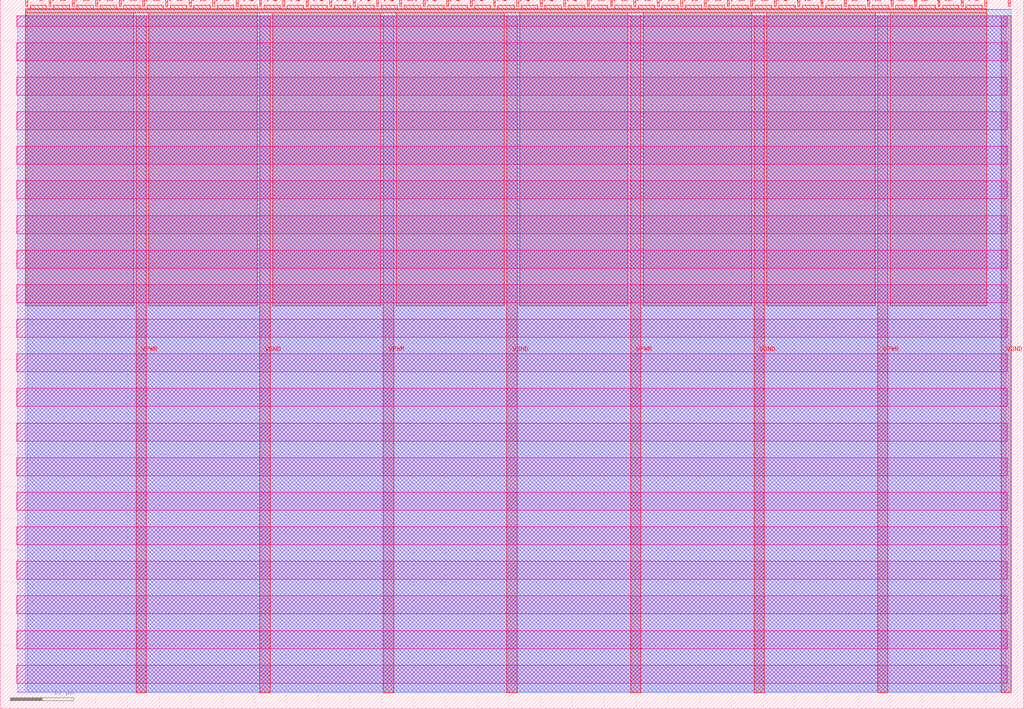
<source format=lef>
VERSION 5.7 ;
  NOWIREEXTENSIONATPIN ON ;
  DIVIDERCHAR "/" ;
  BUSBITCHARS "[]" ;
MACRO tt_um_gabejessil_timer
  CLASS BLOCK ;
  FOREIGN tt_um_gabejessil_timer ;
  ORIGIN 0.000 0.000 ;
  SIZE 161.000 BY 111.520 ;
  PIN VGND
    DIRECTION INOUT ;
    USE GROUND ;
    PORT
      LAYER met4 ;
        RECT 40.830 2.480 42.430 109.040 ;
    END
    PORT
      LAYER met4 ;
        RECT 79.700 2.480 81.300 109.040 ;
    END
    PORT
      LAYER met4 ;
        RECT 118.570 2.480 120.170 109.040 ;
    END
    PORT
      LAYER met4 ;
        RECT 157.440 2.480 159.040 109.040 ;
    END
  END VGND
  PIN VPWR
    DIRECTION INOUT ;
    USE POWER ;
    PORT
      LAYER met4 ;
        RECT 21.395 2.480 22.995 109.040 ;
    END
    PORT
      LAYER met4 ;
        RECT 60.265 2.480 61.865 109.040 ;
    END
    PORT
      LAYER met4 ;
        RECT 99.135 2.480 100.735 109.040 ;
    END
    PORT
      LAYER met4 ;
        RECT 138.005 2.480 139.605 109.040 ;
    END
  END VPWR
  PIN clk
    DIRECTION INPUT ;
    USE SIGNAL ;
    ANTENNAGATEAREA 0.852000 ;
    PORT
      LAYER met4 ;
        RECT 154.870 110.520 155.170 111.520 ;
    END
  END clk
  PIN ena
    DIRECTION INPUT ;
    USE SIGNAL ;
    PORT
      LAYER met4 ;
        RECT 158.550 110.520 158.850 111.520 ;
    END
  END ena
  PIN rst_n
    DIRECTION INPUT ;
    USE SIGNAL ;
    ANTENNAGATEAREA 0.247500 ;
    PORT
      LAYER met4 ;
        RECT 151.190 110.520 151.490 111.520 ;
    END
  END rst_n
  PIN ui_in[0]
    DIRECTION INPUT ;
    USE SIGNAL ;
    ANTENNAGATEAREA 0.213000 ;
    PORT
      LAYER met4 ;
        RECT 147.510 110.520 147.810 111.520 ;
    END
  END ui_in[0]
  PIN ui_in[1]
    DIRECTION INPUT ;
    USE SIGNAL ;
    ANTENNAGATEAREA 0.213000 ;
    PORT
      LAYER met4 ;
        RECT 143.830 110.520 144.130 111.520 ;
    END
  END ui_in[1]
  PIN ui_in[2]
    DIRECTION INPUT ;
    USE SIGNAL ;
    ANTENNAGATEAREA 0.495000 ;
    PORT
      LAYER met4 ;
        RECT 140.150 110.520 140.450 111.520 ;
    END
  END ui_in[2]
  PIN ui_in[3]
    DIRECTION INPUT ;
    USE SIGNAL ;
    ANTENNAGATEAREA 0.196500 ;
    PORT
      LAYER met4 ;
        RECT 136.470 110.520 136.770 111.520 ;
    END
  END ui_in[3]
  PIN ui_in[4]
    DIRECTION INPUT ;
    USE SIGNAL ;
    ANTENNAGATEAREA 0.196500 ;
    PORT
      LAYER met4 ;
        RECT 132.790 110.520 133.090 111.520 ;
    END
  END ui_in[4]
  PIN ui_in[5]
    DIRECTION INPUT ;
    USE SIGNAL ;
    ANTENNAGATEAREA 0.196500 ;
    PORT
      LAYER met4 ;
        RECT 129.110 110.520 129.410 111.520 ;
    END
  END ui_in[5]
  PIN ui_in[6]
    DIRECTION INPUT ;
    USE SIGNAL ;
    ANTENNAGATEAREA 0.196500 ;
    PORT
      LAYER met4 ;
        RECT 125.430 110.520 125.730 111.520 ;
    END
  END ui_in[6]
  PIN ui_in[7]
    DIRECTION INPUT ;
    USE SIGNAL ;
    ANTENNAGATEAREA 0.196500 ;
    PORT
      LAYER met4 ;
        RECT 121.750 110.520 122.050 111.520 ;
    END
  END ui_in[7]
  PIN uio_in[0]
    DIRECTION INPUT ;
    USE SIGNAL ;
    PORT
      LAYER met4 ;
        RECT 118.070 110.520 118.370 111.520 ;
    END
  END uio_in[0]
  PIN uio_in[1]
    DIRECTION INPUT ;
    USE SIGNAL ;
    PORT
      LAYER met4 ;
        RECT 114.390 110.520 114.690 111.520 ;
    END
  END uio_in[1]
  PIN uio_in[2]
    DIRECTION INPUT ;
    USE SIGNAL ;
    PORT
      LAYER met4 ;
        RECT 110.710 110.520 111.010 111.520 ;
    END
  END uio_in[2]
  PIN uio_in[3]
    DIRECTION INPUT ;
    USE SIGNAL ;
    PORT
      LAYER met4 ;
        RECT 107.030 110.520 107.330 111.520 ;
    END
  END uio_in[3]
  PIN uio_in[4]
    DIRECTION INPUT ;
    USE SIGNAL ;
    PORT
      LAYER met4 ;
        RECT 103.350 110.520 103.650 111.520 ;
    END
  END uio_in[4]
  PIN uio_in[5]
    DIRECTION INPUT ;
    USE SIGNAL ;
    PORT
      LAYER met4 ;
        RECT 99.670 110.520 99.970 111.520 ;
    END
  END uio_in[5]
  PIN uio_in[6]
    DIRECTION INPUT ;
    USE SIGNAL ;
    PORT
      LAYER met4 ;
        RECT 95.990 110.520 96.290 111.520 ;
    END
  END uio_in[6]
  PIN uio_in[7]
    DIRECTION INPUT ;
    USE SIGNAL ;
    PORT
      LAYER met4 ;
        RECT 92.310 110.520 92.610 111.520 ;
    END
  END uio_in[7]
  PIN uio_oe[0]
    DIRECTION OUTPUT TRISTATE ;
    USE SIGNAL ;
    PORT
      LAYER met4 ;
        RECT 29.750 110.520 30.050 111.520 ;
    END
  END uio_oe[0]
  PIN uio_oe[1]
    DIRECTION OUTPUT TRISTATE ;
    USE SIGNAL ;
    PORT
      LAYER met4 ;
        RECT 26.070 110.520 26.370 111.520 ;
    END
  END uio_oe[1]
  PIN uio_oe[2]
    DIRECTION OUTPUT TRISTATE ;
    USE SIGNAL ;
    PORT
      LAYER met4 ;
        RECT 22.390 110.520 22.690 111.520 ;
    END
  END uio_oe[2]
  PIN uio_oe[3]
    DIRECTION OUTPUT TRISTATE ;
    USE SIGNAL ;
    PORT
      LAYER met4 ;
        RECT 18.710 110.520 19.010 111.520 ;
    END
  END uio_oe[3]
  PIN uio_oe[4]
    DIRECTION OUTPUT TRISTATE ;
    USE SIGNAL ;
    PORT
      LAYER met4 ;
        RECT 15.030 110.520 15.330 111.520 ;
    END
  END uio_oe[4]
  PIN uio_oe[5]
    DIRECTION OUTPUT TRISTATE ;
    USE SIGNAL ;
    PORT
      LAYER met4 ;
        RECT 11.350 110.520 11.650 111.520 ;
    END
  END uio_oe[5]
  PIN uio_oe[6]
    DIRECTION OUTPUT TRISTATE ;
    USE SIGNAL ;
    PORT
      LAYER met4 ;
        RECT 7.670 110.520 7.970 111.520 ;
    END
  END uio_oe[6]
  PIN uio_oe[7]
    DIRECTION OUTPUT TRISTATE ;
    USE SIGNAL ;
    PORT
      LAYER met4 ;
        RECT 3.990 110.520 4.290 111.520 ;
    END
  END uio_oe[7]
  PIN uio_out[0]
    DIRECTION OUTPUT TRISTATE ;
    USE SIGNAL ;
    PORT
      LAYER met4 ;
        RECT 59.190 110.520 59.490 111.520 ;
    END
  END uio_out[0]
  PIN uio_out[1]
    DIRECTION OUTPUT TRISTATE ;
    USE SIGNAL ;
    PORT
      LAYER met4 ;
        RECT 55.510 110.520 55.810 111.520 ;
    END
  END uio_out[1]
  PIN uio_out[2]
    DIRECTION OUTPUT TRISTATE ;
    USE SIGNAL ;
    PORT
      LAYER met4 ;
        RECT 51.830 110.520 52.130 111.520 ;
    END
  END uio_out[2]
  PIN uio_out[3]
    DIRECTION OUTPUT TRISTATE ;
    USE SIGNAL ;
    PORT
      LAYER met4 ;
        RECT 48.150 110.520 48.450 111.520 ;
    END
  END uio_out[3]
  PIN uio_out[4]
    DIRECTION OUTPUT TRISTATE ;
    USE SIGNAL ;
    PORT
      LAYER met4 ;
        RECT 44.470 110.520 44.770 111.520 ;
    END
  END uio_out[4]
  PIN uio_out[5]
    DIRECTION OUTPUT TRISTATE ;
    USE SIGNAL ;
    PORT
      LAYER met4 ;
        RECT 40.790 110.520 41.090 111.520 ;
    END
  END uio_out[5]
  PIN uio_out[6]
    DIRECTION OUTPUT TRISTATE ;
    USE SIGNAL ;
    PORT
      LAYER met4 ;
        RECT 37.110 110.520 37.410 111.520 ;
    END
  END uio_out[6]
  PIN uio_out[7]
    DIRECTION OUTPUT TRISTATE ;
    USE SIGNAL ;
    PORT
      LAYER met4 ;
        RECT 33.430 110.520 33.730 111.520 ;
    END
  END uio_out[7]
  PIN uo_out[0]
    DIRECTION OUTPUT TRISTATE ;
    USE SIGNAL ;
    ANTENNADIFFAREA 0.445500 ;
    PORT
      LAYER met4 ;
        RECT 88.630 110.520 88.930 111.520 ;
    END
  END uo_out[0]
  PIN uo_out[1]
    DIRECTION OUTPUT TRISTATE ;
    USE SIGNAL ;
    ANTENNADIFFAREA 0.795200 ;
    PORT
      LAYER met4 ;
        RECT 84.950 110.520 85.250 111.520 ;
    END
  END uo_out[1]
  PIN uo_out[2]
    DIRECTION OUTPUT TRISTATE ;
    USE SIGNAL ;
    ANTENNADIFFAREA 0.795200 ;
    PORT
      LAYER met4 ;
        RECT 81.270 110.520 81.570 111.520 ;
    END
  END uo_out[2]
  PIN uo_out[3]
    DIRECTION OUTPUT TRISTATE ;
    USE SIGNAL ;
    ANTENNADIFFAREA 0.891000 ;
    PORT
      LAYER met4 ;
        RECT 77.590 110.520 77.890 111.520 ;
    END
  END uo_out[3]
  PIN uo_out[4]
    DIRECTION OUTPUT TRISTATE ;
    USE SIGNAL ;
    ANTENNADIFFAREA 0.445500 ;
    PORT
      LAYER met4 ;
        RECT 73.910 110.520 74.210 111.520 ;
    END
  END uo_out[4]
  PIN uo_out[5]
    DIRECTION OUTPUT TRISTATE ;
    USE SIGNAL ;
    ANTENNADIFFAREA 0.795200 ;
    PORT
      LAYER met4 ;
        RECT 70.230 110.520 70.530 111.520 ;
    END
  END uo_out[5]
  PIN uo_out[6]
    DIRECTION OUTPUT TRISTATE ;
    USE SIGNAL ;
    ANTENNADIFFAREA 0.445500 ;
    PORT
      LAYER met4 ;
        RECT 66.550 110.520 66.850 111.520 ;
    END
  END uo_out[6]
  PIN uo_out[7]
    DIRECTION OUTPUT TRISTATE ;
    USE SIGNAL ;
    ANTENNADIFFAREA 0.795200 ;
    PORT
      LAYER met4 ;
        RECT 62.870 110.520 63.170 111.520 ;
    END
  END uo_out[7]
  OBS
      LAYER nwell ;
        RECT 2.570 107.385 158.430 108.990 ;
        RECT 2.570 101.945 158.430 104.775 ;
        RECT 2.570 96.505 158.430 99.335 ;
        RECT 2.570 91.065 158.430 93.895 ;
        RECT 2.570 85.625 158.430 88.455 ;
        RECT 2.570 80.185 158.430 83.015 ;
        RECT 2.570 74.745 158.430 77.575 ;
        RECT 2.570 69.305 158.430 72.135 ;
        RECT 2.570 63.865 158.430 66.695 ;
        RECT 2.570 58.425 158.430 61.255 ;
        RECT 2.570 52.985 158.430 55.815 ;
        RECT 2.570 47.545 158.430 50.375 ;
        RECT 2.570 42.105 158.430 44.935 ;
        RECT 2.570 36.665 158.430 39.495 ;
        RECT 2.570 31.225 158.430 34.055 ;
        RECT 2.570 25.785 158.430 28.615 ;
        RECT 2.570 20.345 158.430 23.175 ;
        RECT 2.570 14.905 158.430 17.735 ;
        RECT 2.570 9.465 158.430 12.295 ;
        RECT 2.570 4.025 158.430 6.855 ;
      LAYER li1 ;
        RECT 2.760 2.635 158.240 108.885 ;
      LAYER met1 ;
        RECT 2.760 2.480 159.040 109.040 ;
      LAYER met2 ;
        RECT 4.230 2.535 159.010 110.005 ;
      LAYER met3 ;
        RECT 3.950 2.555 159.030 109.985 ;
      LAYER met4 ;
        RECT 4.690 110.120 7.270 110.650 ;
        RECT 8.370 110.120 10.950 110.650 ;
        RECT 12.050 110.120 14.630 110.650 ;
        RECT 15.730 110.120 18.310 110.650 ;
        RECT 19.410 110.120 21.990 110.650 ;
        RECT 23.090 110.120 25.670 110.650 ;
        RECT 26.770 110.120 29.350 110.650 ;
        RECT 30.450 110.120 33.030 110.650 ;
        RECT 34.130 110.120 36.710 110.650 ;
        RECT 37.810 110.120 40.390 110.650 ;
        RECT 41.490 110.120 44.070 110.650 ;
        RECT 45.170 110.120 47.750 110.650 ;
        RECT 48.850 110.120 51.430 110.650 ;
        RECT 52.530 110.120 55.110 110.650 ;
        RECT 56.210 110.120 58.790 110.650 ;
        RECT 59.890 110.120 62.470 110.650 ;
        RECT 63.570 110.120 66.150 110.650 ;
        RECT 67.250 110.120 69.830 110.650 ;
        RECT 70.930 110.120 73.510 110.650 ;
        RECT 74.610 110.120 77.190 110.650 ;
        RECT 78.290 110.120 80.870 110.650 ;
        RECT 81.970 110.120 84.550 110.650 ;
        RECT 85.650 110.120 88.230 110.650 ;
        RECT 89.330 110.120 91.910 110.650 ;
        RECT 93.010 110.120 95.590 110.650 ;
        RECT 96.690 110.120 99.270 110.650 ;
        RECT 100.370 110.120 102.950 110.650 ;
        RECT 104.050 110.120 106.630 110.650 ;
        RECT 107.730 110.120 110.310 110.650 ;
        RECT 111.410 110.120 113.990 110.650 ;
        RECT 115.090 110.120 117.670 110.650 ;
        RECT 118.770 110.120 121.350 110.650 ;
        RECT 122.450 110.120 125.030 110.650 ;
        RECT 126.130 110.120 128.710 110.650 ;
        RECT 129.810 110.120 132.390 110.650 ;
        RECT 133.490 110.120 136.070 110.650 ;
        RECT 137.170 110.120 139.750 110.650 ;
        RECT 140.850 110.120 143.430 110.650 ;
        RECT 144.530 110.120 147.110 110.650 ;
        RECT 148.210 110.120 150.790 110.650 ;
        RECT 151.890 110.120 154.470 110.650 ;
        RECT 3.975 109.440 155.185 110.120 ;
        RECT 3.975 63.415 20.995 109.440 ;
        RECT 23.395 63.415 40.430 109.440 ;
        RECT 42.830 63.415 59.865 109.440 ;
        RECT 62.265 63.415 79.300 109.440 ;
        RECT 81.700 63.415 98.735 109.440 ;
        RECT 101.135 63.415 118.170 109.440 ;
        RECT 120.570 63.415 137.605 109.440 ;
        RECT 140.005 63.415 155.185 109.440 ;
  END
END tt_um_gabejessil_timer
END LIBRARY


</source>
